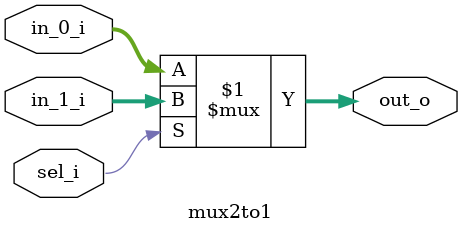
<source format=v>
`default_nettype none

module mux2to1 #(
    parameter integer DATA_BITS = 32
)(
    input  wire                   sel_i,
    input  wire [DATA_BITS-1 : 0] in_0_i,
    input  wire [DATA_BITS-1 : 0] in_1_i,
    output wire [DATA_BITS-1 : 0] out_o
);

    assign out_o = sel_i ? in_1_i : in_0_i;
 
endmodule

</source>
